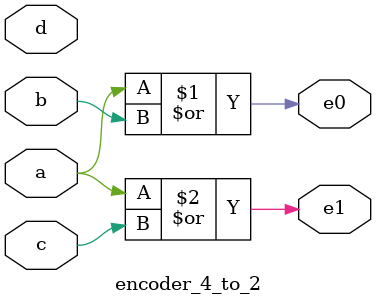
<source format=v>
`timescale 1ns / 1ps

module encoder_4_to_2(
    input a, b, c, d,
    output e0, e1
    );
    assign e0 = a | b;
    assign e1 = a | c;
endmodule
</source>
